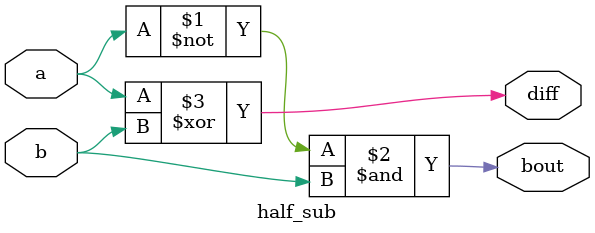
<source format=v>
module half_sub(input a,b, output bout,diff);
and(bout,~a,b);
xor(diff,a,b);
endmodule
</source>
